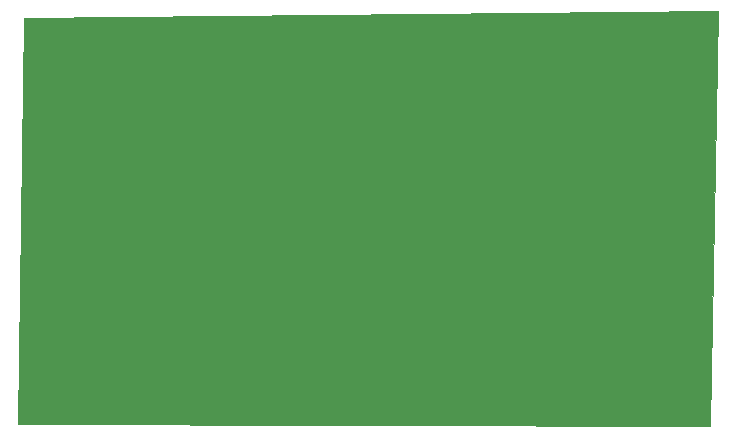
<source format=gbs>
%TF.GenerationSoftware,KiCad,Pcbnew,(5.1.4-0-10_14)*%
%TF.CreationDate,2021-01-25T16:41:12+01:00*%
%TF.ProjectId,DAUGHTER_ALLin,44415547-4854-4455-925f-414c4c696e2e,rev?*%
%TF.SameCoordinates,Original*%
%TF.FileFunction,Soldermask,Bot*%
%TF.FilePolarity,Negative*%
%FSLAX46Y46*%
G04 Gerber Fmt 4.6, Leading zero omitted, Abs format (unit mm)*
G04 Created by KiCad (PCBNEW (5.1.4-0-10_14)) date 2021-01-25 16:41:12*
%MOMM*%
%LPD*%
G04 APERTURE LIST*
%ADD10C,0.100000*%
%ADD11C,0.150000*%
G04 APERTURE END LIST*
D10*
G36*
X130111500Y-123393200D02*
G01*
X71564500Y-123266200D01*
X72021700Y-88849200D01*
X130848100Y-88239600D01*
X130111500Y-123393200D01*
G37*
X130111500Y-123393200D02*
X71564500Y-123266200D01*
X72021700Y-88849200D01*
X130848100Y-88239600D01*
X130111500Y-123393200D01*
D11*
G36*
X98433199Y-114816754D02*
G01*
X98445450Y-114817356D01*
X98463869Y-114817356D01*
X98486149Y-114819550D01*
X98570233Y-114836276D01*
X98591660Y-114842776D01*
X98670858Y-114875580D01*
X98676303Y-114878491D01*
X98676309Y-114878493D01*
X98685169Y-114883229D01*
X98685173Y-114883232D01*
X98690614Y-114886140D01*
X98761899Y-114933771D01*
X98779204Y-114947972D01*
X98839828Y-115008596D01*
X98854029Y-115025901D01*
X98901660Y-115097186D01*
X98904568Y-115102627D01*
X98904571Y-115102631D01*
X98909307Y-115111491D01*
X98909309Y-115111497D01*
X98912220Y-115116942D01*
X98945024Y-115196140D01*
X98951524Y-115217567D01*
X98968250Y-115301651D01*
X98970444Y-115323931D01*
X98970444Y-115342350D01*
X98971046Y-115354601D01*
X98972852Y-115372939D01*
X98972852Y-115860660D01*
X98971263Y-115876799D01*
X98968348Y-115886408D01*
X98963610Y-115895272D01*
X98957237Y-115903037D01*
X98944794Y-115913248D01*
X98934425Y-115920178D01*
X98917098Y-115937505D01*
X98903485Y-115957880D01*
X98894109Y-115980520D01*
X98889329Y-116004553D01*
X98889330Y-116029057D01*
X98894112Y-116053090D01*
X98903490Y-116075729D01*
X98917105Y-116096102D01*
X98934432Y-116113429D01*
X98944802Y-116120358D01*
X98957237Y-116130563D01*
X98963610Y-116138328D01*
X98968348Y-116147192D01*
X98971263Y-116156801D01*
X98972852Y-116172940D01*
X98972852Y-116660662D01*
X98971046Y-116678999D01*
X98970444Y-116691250D01*
X98970444Y-116709669D01*
X98968250Y-116731949D01*
X98951524Y-116816033D01*
X98945024Y-116837460D01*
X98912220Y-116916658D01*
X98909309Y-116922103D01*
X98909307Y-116922109D01*
X98904571Y-116930969D01*
X98904568Y-116930973D01*
X98901660Y-116936414D01*
X98854029Y-117007699D01*
X98839828Y-117025004D01*
X98779204Y-117085628D01*
X98761899Y-117099829D01*
X98690614Y-117147460D01*
X98685173Y-117150368D01*
X98685169Y-117150371D01*
X98676309Y-117155107D01*
X98676303Y-117155109D01*
X98670858Y-117158020D01*
X98591660Y-117190824D01*
X98570233Y-117197324D01*
X98486149Y-117214050D01*
X98463869Y-117216244D01*
X98445450Y-117216244D01*
X98433199Y-117216846D01*
X98414862Y-117218652D01*
X97927138Y-117218652D01*
X97908801Y-117216846D01*
X97896550Y-117216244D01*
X97878131Y-117216244D01*
X97855851Y-117214050D01*
X97771767Y-117197324D01*
X97750340Y-117190824D01*
X97671142Y-117158020D01*
X97665697Y-117155109D01*
X97665691Y-117155107D01*
X97656831Y-117150371D01*
X97656827Y-117150368D01*
X97651386Y-117147460D01*
X97580101Y-117099829D01*
X97562796Y-117085628D01*
X97502172Y-117025004D01*
X97487971Y-117007699D01*
X97440340Y-116936414D01*
X97437432Y-116930973D01*
X97437429Y-116930969D01*
X97432693Y-116922109D01*
X97432691Y-116922103D01*
X97429780Y-116916658D01*
X97396976Y-116837460D01*
X97390476Y-116816033D01*
X97373750Y-116731949D01*
X97371556Y-116709669D01*
X97371556Y-116691250D01*
X97370954Y-116678999D01*
X97369148Y-116660662D01*
X97369148Y-116172940D01*
X97370737Y-116156801D01*
X97373652Y-116147192D01*
X97378390Y-116138328D01*
X97384763Y-116130563D01*
X97397206Y-116120352D01*
X97407575Y-116113422D01*
X97424902Y-116096095D01*
X97438515Y-116075720D01*
X97447891Y-116053080D01*
X97452671Y-116029047D01*
X97452670Y-116004543D01*
X97447888Y-115980510D01*
X97438510Y-115957871D01*
X97424895Y-115937498D01*
X97407568Y-115920171D01*
X97397198Y-115913242D01*
X97384763Y-115903037D01*
X97378390Y-115895272D01*
X97373652Y-115886408D01*
X97370737Y-115876799D01*
X97369148Y-115860660D01*
X97369148Y-115372938D01*
X97370954Y-115354601D01*
X97371556Y-115342350D01*
X97371556Y-115323931D01*
X97373750Y-115301651D01*
X97390476Y-115217567D01*
X97396976Y-115196140D01*
X97429780Y-115116942D01*
X97432691Y-115111497D01*
X97432693Y-115111491D01*
X97437429Y-115102631D01*
X97437432Y-115102627D01*
X97440340Y-115097186D01*
X97487971Y-115025901D01*
X97502172Y-115008596D01*
X97562796Y-114947972D01*
X97580101Y-114933771D01*
X97651386Y-114886140D01*
X97656827Y-114883232D01*
X97656831Y-114883229D01*
X97665691Y-114878493D01*
X97665697Y-114878491D01*
X97671142Y-114875580D01*
X97750340Y-114842776D01*
X97771767Y-114836276D01*
X97855851Y-114819550D01*
X97878131Y-114817356D01*
X97896550Y-114817356D01*
X97908801Y-114816754D01*
X97927139Y-114814948D01*
X98414861Y-114814948D01*
X98433199Y-114816754D01*
X98433199Y-114816754D01*
G37*
G36*
X79753708Y-114933771D02*
G01*
X79843727Y-114942637D01*
X80013566Y-114994157D01*
X80170091Y-115077822D01*
X80193686Y-115097186D01*
X80307286Y-115190414D01*
X80390548Y-115291871D01*
X80419878Y-115327609D01*
X80419879Y-115327611D01*
X80498719Y-115475108D01*
X80503543Y-115484134D01*
X80555063Y-115653973D01*
X80572459Y-115830600D01*
X80555063Y-116007227D01*
X80503543Y-116177066D01*
X80419878Y-116333591D01*
X80390548Y-116369329D01*
X80307286Y-116470786D01*
X80205829Y-116554048D01*
X80170091Y-116583378D01*
X80013566Y-116667043D01*
X79843727Y-116718563D01*
X79777542Y-116725082D01*
X79711360Y-116731600D01*
X79622840Y-116731600D01*
X79556658Y-116725082D01*
X79490473Y-116718563D01*
X79320634Y-116667043D01*
X79164109Y-116583378D01*
X79128371Y-116554048D01*
X79026914Y-116470786D01*
X78943652Y-116369329D01*
X78914322Y-116333591D01*
X78830657Y-116177066D01*
X78779137Y-116007227D01*
X78761741Y-115830600D01*
X78779137Y-115653973D01*
X78830657Y-115484134D01*
X78835482Y-115475108D01*
X78914321Y-115327611D01*
X78914322Y-115327609D01*
X78943652Y-115291871D01*
X79026914Y-115190414D01*
X79140514Y-115097186D01*
X79164109Y-115077822D01*
X79320634Y-114994157D01*
X79490473Y-114942637D01*
X79580492Y-114933771D01*
X79622840Y-114929600D01*
X79711360Y-114929600D01*
X79753708Y-114933771D01*
X79753708Y-114933771D01*
G37*
G36*
X77213708Y-114933771D02*
G01*
X77303727Y-114942637D01*
X77473566Y-114994157D01*
X77630091Y-115077822D01*
X77653686Y-115097186D01*
X77767286Y-115190414D01*
X77850548Y-115291871D01*
X77879878Y-115327609D01*
X77879879Y-115327611D01*
X77958719Y-115475108D01*
X77963543Y-115484134D01*
X78015063Y-115653973D01*
X78032459Y-115830600D01*
X78015063Y-116007227D01*
X77963543Y-116177066D01*
X77879878Y-116333591D01*
X77850548Y-116369329D01*
X77767286Y-116470786D01*
X77665829Y-116554048D01*
X77630091Y-116583378D01*
X77473566Y-116667043D01*
X77303727Y-116718563D01*
X77237542Y-116725082D01*
X77171360Y-116731600D01*
X77082840Y-116731600D01*
X77016658Y-116725082D01*
X76950473Y-116718563D01*
X76780634Y-116667043D01*
X76624109Y-116583378D01*
X76588371Y-116554048D01*
X76486914Y-116470786D01*
X76403652Y-116369329D01*
X76374322Y-116333591D01*
X76290657Y-116177066D01*
X76239137Y-116007227D01*
X76221741Y-115830600D01*
X76239137Y-115653973D01*
X76290657Y-115484134D01*
X76295482Y-115475108D01*
X76374321Y-115327611D01*
X76374322Y-115327609D01*
X76403652Y-115291871D01*
X76486914Y-115190414D01*
X76600514Y-115097186D01*
X76624109Y-115077822D01*
X76780634Y-114994157D01*
X76950473Y-114942637D01*
X77040492Y-114933771D01*
X77082840Y-114929600D01*
X77171360Y-114929600D01*
X77213708Y-114933771D01*
X77213708Y-114933771D01*
G37*
G36*
X93947100Y-116152700D02*
G01*
X91295100Y-116152700D01*
X91295100Y-114990700D01*
X93947100Y-114990700D01*
X93947100Y-116152700D01*
X93947100Y-116152700D01*
G37*
G36*
X95642291Y-114520785D02*
G01*
X95676269Y-114531093D01*
X95707590Y-114547834D01*
X95735039Y-114570361D01*
X95757566Y-114597810D01*
X95774307Y-114629131D01*
X95784615Y-114663109D01*
X95788700Y-114704590D01*
X95788700Y-115305810D01*
X95784615Y-115347291D01*
X95774307Y-115381269D01*
X95757566Y-115412590D01*
X95735039Y-115440039D01*
X95707590Y-115462566D01*
X95676269Y-115479307D01*
X95642291Y-115489615D01*
X95600810Y-115493700D01*
X94924590Y-115493700D01*
X94883109Y-115489615D01*
X94849131Y-115479307D01*
X94817810Y-115462566D01*
X94790361Y-115440039D01*
X94767834Y-115412590D01*
X94751093Y-115381269D01*
X94740785Y-115347291D01*
X94736700Y-115305810D01*
X94736700Y-114704590D01*
X94740785Y-114663109D01*
X94751093Y-114629131D01*
X94767834Y-114597810D01*
X94790361Y-114570361D01*
X94817810Y-114547834D01*
X94849131Y-114531093D01*
X94883109Y-114520785D01*
X94924590Y-114516700D01*
X95600810Y-114516700D01*
X95642291Y-114520785D01*
X95642291Y-114520785D01*
G37*
G36*
X77237542Y-112396118D02*
G01*
X77303727Y-112402637D01*
X77473566Y-112454157D01*
X77630091Y-112537822D01*
X77659961Y-112562336D01*
X77767286Y-112650414D01*
X77850548Y-112751871D01*
X77879878Y-112787609D01*
X77963543Y-112944134D01*
X78015063Y-113113973D01*
X78032459Y-113290600D01*
X78015063Y-113467227D01*
X77963543Y-113637066D01*
X77879878Y-113793591D01*
X77869473Y-113806269D01*
X77767286Y-113930786D01*
X77665829Y-114014048D01*
X77630091Y-114043378D01*
X77473566Y-114127043D01*
X77303727Y-114178563D01*
X77237542Y-114185082D01*
X77171360Y-114191600D01*
X77082840Y-114191600D01*
X77016658Y-114185082D01*
X76950473Y-114178563D01*
X76780634Y-114127043D01*
X76624109Y-114043378D01*
X76588371Y-114014048D01*
X76486914Y-113930786D01*
X76384727Y-113806269D01*
X76374322Y-113793591D01*
X76290657Y-113637066D01*
X76239137Y-113467227D01*
X76221741Y-113290600D01*
X76239137Y-113113973D01*
X76290657Y-112944134D01*
X76374322Y-112787609D01*
X76403652Y-112751871D01*
X76486914Y-112650414D01*
X76594239Y-112562336D01*
X76624109Y-112537822D01*
X76780634Y-112454157D01*
X76950473Y-112402637D01*
X77016658Y-112396118D01*
X77082840Y-112389600D01*
X77171360Y-112389600D01*
X77237542Y-112396118D01*
X77237542Y-112396118D01*
G37*
G36*
X79777542Y-112396118D02*
G01*
X79843727Y-112402637D01*
X80013566Y-112454157D01*
X80170091Y-112537822D01*
X80199961Y-112562336D01*
X80307286Y-112650414D01*
X80390548Y-112751871D01*
X80419878Y-112787609D01*
X80503543Y-112944134D01*
X80555063Y-113113973D01*
X80572459Y-113290600D01*
X80555063Y-113467227D01*
X80503543Y-113637066D01*
X80419878Y-113793591D01*
X80409473Y-113806269D01*
X80307286Y-113930786D01*
X80205829Y-114014048D01*
X80170091Y-114043378D01*
X80013566Y-114127043D01*
X79843727Y-114178563D01*
X79777542Y-114185082D01*
X79711360Y-114191600D01*
X79622840Y-114191600D01*
X79556658Y-114185082D01*
X79490473Y-114178563D01*
X79320634Y-114127043D01*
X79164109Y-114043378D01*
X79128371Y-114014048D01*
X79026914Y-113930786D01*
X78924727Y-113806269D01*
X78914322Y-113793591D01*
X78830657Y-113637066D01*
X78779137Y-113467227D01*
X78761741Y-113290600D01*
X78779137Y-113113973D01*
X78830657Y-112944134D01*
X78914322Y-112787609D01*
X78943652Y-112751871D01*
X79026914Y-112650414D01*
X79134239Y-112562336D01*
X79164109Y-112537822D01*
X79320634Y-112454157D01*
X79490473Y-112402637D01*
X79556658Y-112396118D01*
X79622840Y-112389600D01*
X79711360Y-112389600D01*
X79777542Y-112396118D01*
X79777542Y-112396118D01*
G37*
G36*
X93947100Y-113952700D02*
G01*
X91295100Y-113952700D01*
X91295100Y-112790700D01*
X93947100Y-112790700D01*
X93947100Y-113952700D01*
X93947100Y-113952700D01*
G37*
G36*
X95642291Y-112945785D02*
G01*
X95676269Y-112956093D01*
X95707590Y-112972834D01*
X95735039Y-112995361D01*
X95757566Y-113022810D01*
X95774307Y-113054131D01*
X95784615Y-113088109D01*
X95788700Y-113129590D01*
X95788700Y-113730810D01*
X95784615Y-113772291D01*
X95774307Y-113806269D01*
X95757566Y-113837590D01*
X95735039Y-113865039D01*
X95707590Y-113887566D01*
X95676269Y-113904307D01*
X95642291Y-113914615D01*
X95600810Y-113918700D01*
X94924590Y-113918700D01*
X94883109Y-113914615D01*
X94849131Y-113904307D01*
X94817810Y-113887566D01*
X94790361Y-113865039D01*
X94767834Y-113837590D01*
X94751093Y-113806269D01*
X94740785Y-113772291D01*
X94736700Y-113730810D01*
X94736700Y-113129590D01*
X94740785Y-113088109D01*
X94751093Y-113054131D01*
X94767834Y-113022810D01*
X94790361Y-112995361D01*
X94817810Y-112972834D01*
X94849131Y-112956093D01*
X94883109Y-112945785D01*
X94924590Y-112941700D01*
X95600810Y-112941700D01*
X95642291Y-112945785D01*
X95642291Y-112945785D01*
G37*
G36*
X120355374Y-111794765D02*
G01*
X120393067Y-111806199D01*
X120427803Y-111824766D01*
X120458248Y-111849752D01*
X120483234Y-111880197D01*
X120501801Y-111914933D01*
X120513235Y-111952626D01*
X120517700Y-111997961D01*
X120517700Y-113084639D01*
X120513235Y-113129974D01*
X120501801Y-113167667D01*
X120483234Y-113202403D01*
X120458248Y-113232848D01*
X120427803Y-113257834D01*
X120393067Y-113276401D01*
X120355374Y-113287835D01*
X120310039Y-113292300D01*
X119473361Y-113292300D01*
X119428026Y-113287835D01*
X119390333Y-113276401D01*
X119355597Y-113257834D01*
X119325152Y-113232848D01*
X119300166Y-113202403D01*
X119281599Y-113167667D01*
X119270165Y-113129974D01*
X119265700Y-113084639D01*
X119265700Y-111997961D01*
X119270165Y-111952626D01*
X119281599Y-111914933D01*
X119300166Y-111880197D01*
X119325152Y-111849752D01*
X119355597Y-111824766D01*
X119390333Y-111806199D01*
X119428026Y-111794765D01*
X119473361Y-111790300D01*
X120310039Y-111790300D01*
X120355374Y-111794765D01*
X120355374Y-111794765D01*
G37*
G36*
X122405374Y-111794765D02*
G01*
X122443067Y-111806199D01*
X122477803Y-111824766D01*
X122508248Y-111849752D01*
X122533234Y-111880197D01*
X122551801Y-111914933D01*
X122563235Y-111952626D01*
X122567700Y-111997961D01*
X122567700Y-113084639D01*
X122563235Y-113129974D01*
X122551801Y-113167667D01*
X122533234Y-113202403D01*
X122508248Y-113232848D01*
X122477803Y-113257834D01*
X122443067Y-113276401D01*
X122405374Y-113287835D01*
X122360039Y-113292300D01*
X121523361Y-113292300D01*
X121478026Y-113287835D01*
X121440333Y-113276401D01*
X121405597Y-113257834D01*
X121375152Y-113232848D01*
X121350166Y-113202403D01*
X121331599Y-113167667D01*
X121320165Y-113129974D01*
X121315700Y-113084639D01*
X121315700Y-111997961D01*
X121320165Y-111952626D01*
X121331599Y-111914933D01*
X121350166Y-111880197D01*
X121375152Y-111849752D01*
X121405597Y-111824766D01*
X121440333Y-111806199D01*
X121478026Y-111794765D01*
X121523361Y-111790300D01*
X122360039Y-111790300D01*
X122405374Y-111794765D01*
X122405374Y-111794765D01*
G37*
G36*
X103250091Y-111555585D02*
G01*
X103284069Y-111565893D01*
X103315390Y-111582634D01*
X103342839Y-111605161D01*
X103365366Y-111632610D01*
X103382107Y-111663931D01*
X103392415Y-111697909D01*
X103396500Y-111739390D01*
X103396500Y-112415610D01*
X103392415Y-112457091D01*
X103382107Y-112491069D01*
X103365366Y-112522390D01*
X103342839Y-112549839D01*
X103315390Y-112572366D01*
X103284069Y-112589107D01*
X103250091Y-112599415D01*
X103208610Y-112603500D01*
X102607390Y-112603500D01*
X102565909Y-112599415D01*
X102531931Y-112589107D01*
X102500610Y-112572366D01*
X102473161Y-112549839D01*
X102450634Y-112522390D01*
X102433893Y-112491069D01*
X102423585Y-112457091D01*
X102419500Y-112415610D01*
X102419500Y-111739390D01*
X102423585Y-111697909D01*
X102433893Y-111663931D01*
X102450634Y-111632610D01*
X102473161Y-111605161D01*
X102500610Y-111582634D01*
X102531931Y-111565893D01*
X102565909Y-111555585D01*
X102607390Y-111551500D01*
X103208610Y-111551500D01*
X103250091Y-111555585D01*
X103250091Y-111555585D01*
G37*
G36*
X104825091Y-111555585D02*
G01*
X104859069Y-111565893D01*
X104890390Y-111582634D01*
X104917839Y-111605161D01*
X104940366Y-111632610D01*
X104957107Y-111663931D01*
X104967415Y-111697909D01*
X104971500Y-111739390D01*
X104971500Y-112415610D01*
X104967415Y-112457091D01*
X104957107Y-112491069D01*
X104940366Y-112522390D01*
X104917839Y-112549839D01*
X104890390Y-112572366D01*
X104859069Y-112589107D01*
X104825091Y-112599415D01*
X104783610Y-112603500D01*
X104182390Y-112603500D01*
X104140909Y-112599415D01*
X104106931Y-112589107D01*
X104075610Y-112572366D01*
X104048161Y-112549839D01*
X104025634Y-112522390D01*
X104008893Y-112491069D01*
X103998585Y-112457091D01*
X103994500Y-112415610D01*
X103994500Y-111739390D01*
X103998585Y-111697909D01*
X104008893Y-111663931D01*
X104025634Y-111632610D01*
X104048161Y-111605161D01*
X104075610Y-111582634D01*
X104106931Y-111565893D01*
X104140909Y-111555585D01*
X104182390Y-111551500D01*
X104783610Y-111551500D01*
X104825091Y-111555585D01*
X104825091Y-111555585D01*
G37*
G36*
X117410091Y-111434685D02*
G01*
X117444069Y-111444993D01*
X117475390Y-111461734D01*
X117502839Y-111484261D01*
X117525366Y-111511710D01*
X117542107Y-111543031D01*
X117552415Y-111577009D01*
X117556500Y-111618490D01*
X117556500Y-112219710D01*
X117552415Y-112261191D01*
X117542107Y-112295169D01*
X117525366Y-112326490D01*
X117502839Y-112353939D01*
X117475390Y-112376466D01*
X117444069Y-112393207D01*
X117410091Y-112403515D01*
X117368610Y-112407600D01*
X116692390Y-112407600D01*
X116650909Y-112403515D01*
X116616931Y-112393207D01*
X116585610Y-112376466D01*
X116558161Y-112353939D01*
X116535634Y-112326490D01*
X116518893Y-112295169D01*
X116508585Y-112261191D01*
X116504500Y-112219710D01*
X116504500Y-111618490D01*
X116508585Y-111577009D01*
X116518893Y-111543031D01*
X116535634Y-111511710D01*
X116558161Y-111484261D01*
X116585610Y-111461734D01*
X116616931Y-111444993D01*
X116650909Y-111434685D01*
X116692390Y-111430600D01*
X117368610Y-111430600D01*
X117410091Y-111434685D01*
X117410091Y-111434685D01*
G37*
G36*
X79772278Y-109855600D02*
G01*
X79843727Y-109862637D01*
X80013566Y-109914157D01*
X80013568Y-109914158D01*
X80055759Y-109936710D01*
X80170091Y-109997822D01*
X80193168Y-110016761D01*
X80307286Y-110110414D01*
X80390548Y-110211871D01*
X80419878Y-110247609D01*
X80503543Y-110404134D01*
X80555063Y-110573973D01*
X80572459Y-110750600D01*
X80555063Y-110927227D01*
X80503543Y-111097066D01*
X80419878Y-111253591D01*
X80410325Y-111265231D01*
X80307286Y-111390786D01*
X80205829Y-111474048D01*
X80170091Y-111503378D01*
X80013566Y-111587043D01*
X79843727Y-111638563D01*
X79777542Y-111645082D01*
X79711360Y-111651600D01*
X79622840Y-111651600D01*
X79556658Y-111645082D01*
X79490473Y-111638563D01*
X79320634Y-111587043D01*
X79164109Y-111503378D01*
X79128371Y-111474048D01*
X79026914Y-111390786D01*
X78923875Y-111265231D01*
X78914322Y-111253591D01*
X78830657Y-111097066D01*
X78779137Y-110927227D01*
X78761741Y-110750600D01*
X78779137Y-110573973D01*
X78830657Y-110404134D01*
X78914322Y-110247609D01*
X78943652Y-110211871D01*
X79026914Y-110110414D01*
X79141032Y-110016761D01*
X79164109Y-109997822D01*
X79278441Y-109936710D01*
X79320632Y-109914158D01*
X79320634Y-109914157D01*
X79490473Y-109862637D01*
X79561922Y-109855600D01*
X79622840Y-109849600D01*
X79711360Y-109849600D01*
X79772278Y-109855600D01*
X79772278Y-109855600D01*
G37*
G36*
X77232278Y-109855600D02*
G01*
X77303727Y-109862637D01*
X77473566Y-109914157D01*
X77473568Y-109914158D01*
X77515759Y-109936710D01*
X77630091Y-109997822D01*
X77653168Y-110016761D01*
X77767286Y-110110414D01*
X77850548Y-110211871D01*
X77879878Y-110247609D01*
X77963543Y-110404134D01*
X78015063Y-110573973D01*
X78032459Y-110750600D01*
X78015063Y-110927227D01*
X77963543Y-111097066D01*
X77879878Y-111253591D01*
X77870325Y-111265231D01*
X77767286Y-111390786D01*
X77665829Y-111474048D01*
X77630091Y-111503378D01*
X77473566Y-111587043D01*
X77303727Y-111638563D01*
X77237542Y-111645082D01*
X77171360Y-111651600D01*
X77082840Y-111651600D01*
X77016658Y-111645082D01*
X76950473Y-111638563D01*
X76780634Y-111587043D01*
X76624109Y-111503378D01*
X76588371Y-111474048D01*
X76486914Y-111390786D01*
X76383875Y-111265231D01*
X76374322Y-111253591D01*
X76290657Y-111097066D01*
X76239137Y-110927227D01*
X76221741Y-110750600D01*
X76239137Y-110573973D01*
X76290657Y-110404134D01*
X76374322Y-110247609D01*
X76403652Y-110211871D01*
X76486914Y-110110414D01*
X76601032Y-110016761D01*
X76624109Y-109997822D01*
X76738441Y-109936710D01*
X76780632Y-109914158D01*
X76780634Y-109914157D01*
X76950473Y-109862637D01*
X77021922Y-109855600D01*
X77082840Y-109849600D01*
X77171360Y-109849600D01*
X77232278Y-109855600D01*
X77232278Y-109855600D01*
G37*
G36*
X122443474Y-109813565D02*
G01*
X122481167Y-109824999D01*
X122515903Y-109843566D01*
X122546348Y-109868552D01*
X122571334Y-109898997D01*
X122589901Y-109933733D01*
X122601335Y-109971426D01*
X122605800Y-110016761D01*
X122605800Y-111103439D01*
X122601335Y-111148774D01*
X122589901Y-111186467D01*
X122571334Y-111221203D01*
X122546348Y-111251648D01*
X122515903Y-111276634D01*
X122481167Y-111295201D01*
X122443474Y-111306635D01*
X122398139Y-111311100D01*
X121561461Y-111311100D01*
X121516126Y-111306635D01*
X121478433Y-111295201D01*
X121443697Y-111276634D01*
X121413252Y-111251648D01*
X121388266Y-111221203D01*
X121369699Y-111186467D01*
X121358265Y-111148774D01*
X121353800Y-111103439D01*
X121353800Y-110016761D01*
X121358265Y-109971426D01*
X121369699Y-109933733D01*
X121388266Y-109898997D01*
X121413252Y-109868552D01*
X121443697Y-109843566D01*
X121478433Y-109824999D01*
X121516126Y-109813565D01*
X121561461Y-109809100D01*
X122398139Y-109809100D01*
X122443474Y-109813565D01*
X122443474Y-109813565D01*
G37*
G36*
X120393474Y-109813565D02*
G01*
X120431167Y-109824999D01*
X120465903Y-109843566D01*
X120496348Y-109868552D01*
X120521334Y-109898997D01*
X120539901Y-109933733D01*
X120551335Y-109971426D01*
X120555800Y-110016761D01*
X120555800Y-111103439D01*
X120551335Y-111148774D01*
X120539901Y-111186467D01*
X120521334Y-111221203D01*
X120496348Y-111251648D01*
X120465903Y-111276634D01*
X120431167Y-111295201D01*
X120393474Y-111306635D01*
X120348139Y-111311100D01*
X119511461Y-111311100D01*
X119466126Y-111306635D01*
X119428433Y-111295201D01*
X119393697Y-111276634D01*
X119363252Y-111251648D01*
X119338266Y-111221203D01*
X119319699Y-111186467D01*
X119308265Y-111148774D01*
X119303800Y-111103439D01*
X119303800Y-110016761D01*
X119308265Y-109971426D01*
X119319699Y-109933733D01*
X119338266Y-109898997D01*
X119363252Y-109868552D01*
X119393697Y-109843566D01*
X119428433Y-109824999D01*
X119466126Y-109813565D01*
X119511461Y-109809100D01*
X120348139Y-109809100D01*
X120393474Y-109813565D01*
X120393474Y-109813565D01*
G37*
G36*
X107657191Y-110044285D02*
G01*
X107691169Y-110054593D01*
X107722490Y-110071334D01*
X107749939Y-110093861D01*
X107772466Y-110121310D01*
X107789207Y-110152631D01*
X107799515Y-110186609D01*
X107803600Y-110228090D01*
X107803600Y-110904310D01*
X107799515Y-110945791D01*
X107789207Y-110979769D01*
X107772466Y-111011090D01*
X107749939Y-111038539D01*
X107722490Y-111061066D01*
X107691169Y-111077807D01*
X107657191Y-111088115D01*
X107615710Y-111092200D01*
X107014490Y-111092200D01*
X106973009Y-111088115D01*
X106939031Y-111077807D01*
X106907710Y-111061066D01*
X106880261Y-111038539D01*
X106857734Y-111011090D01*
X106840993Y-110979769D01*
X106830685Y-110945791D01*
X106826600Y-110904310D01*
X106826600Y-110228090D01*
X106830685Y-110186609D01*
X106840993Y-110152631D01*
X106857734Y-110121310D01*
X106880261Y-110093861D01*
X106907710Y-110071334D01*
X106939031Y-110054593D01*
X106973009Y-110044285D01*
X107014490Y-110040200D01*
X107615710Y-110040200D01*
X107657191Y-110044285D01*
X107657191Y-110044285D01*
G37*
G36*
X106082191Y-110044285D02*
G01*
X106116169Y-110054593D01*
X106147490Y-110071334D01*
X106174939Y-110093861D01*
X106197466Y-110121310D01*
X106214207Y-110152631D01*
X106224515Y-110186609D01*
X106228600Y-110228090D01*
X106228600Y-110904310D01*
X106224515Y-110945791D01*
X106214207Y-110979769D01*
X106197466Y-111011090D01*
X106174939Y-111038539D01*
X106147490Y-111061066D01*
X106116169Y-111077807D01*
X106082191Y-111088115D01*
X106040710Y-111092200D01*
X105439490Y-111092200D01*
X105398009Y-111088115D01*
X105364031Y-111077807D01*
X105332710Y-111061066D01*
X105305261Y-111038539D01*
X105282734Y-111011090D01*
X105265993Y-110979769D01*
X105255685Y-110945791D01*
X105251600Y-110904310D01*
X105251600Y-110228090D01*
X105255685Y-110186609D01*
X105265993Y-110152631D01*
X105282734Y-110121310D01*
X105305261Y-110093861D01*
X105332710Y-110071334D01*
X105364031Y-110054593D01*
X105398009Y-110044285D01*
X105439490Y-110040200D01*
X106040710Y-110040200D01*
X106082191Y-110044285D01*
X106082191Y-110044285D01*
G37*
G36*
X117410091Y-109859685D02*
G01*
X117444069Y-109869993D01*
X117475390Y-109886734D01*
X117502839Y-109909261D01*
X117525366Y-109936710D01*
X117542107Y-109968031D01*
X117552415Y-110002009D01*
X117556500Y-110043490D01*
X117556500Y-110644710D01*
X117552415Y-110686191D01*
X117542107Y-110720169D01*
X117525366Y-110751490D01*
X117502839Y-110778939D01*
X117475390Y-110801466D01*
X117444069Y-110818207D01*
X117410091Y-110828515D01*
X117368610Y-110832600D01*
X116692390Y-110832600D01*
X116650909Y-110828515D01*
X116616931Y-110818207D01*
X116585610Y-110801466D01*
X116558161Y-110778939D01*
X116535634Y-110751490D01*
X116518893Y-110720169D01*
X116508585Y-110686191D01*
X116504500Y-110644710D01*
X116504500Y-110043490D01*
X116508585Y-110002009D01*
X116518893Y-109968031D01*
X116535634Y-109936710D01*
X116558161Y-109909261D01*
X116585610Y-109886734D01*
X116616931Y-109869993D01*
X116650909Y-109859685D01*
X116692390Y-109855600D01*
X117368610Y-109855600D01*
X117410091Y-109859685D01*
X117410091Y-109859685D01*
G37*
G36*
X90548600Y-110610300D02*
G01*
X89486600Y-110610300D01*
X89486600Y-109388300D01*
X90548600Y-109388300D01*
X90548600Y-110610300D01*
X90548600Y-110610300D01*
G37*
G36*
X93088600Y-110610300D02*
G01*
X92026600Y-110610300D01*
X92026600Y-109388300D01*
X93088600Y-109388300D01*
X93088600Y-110610300D01*
X93088600Y-110610300D01*
G37*
G36*
X95628600Y-110610300D02*
G01*
X94566600Y-110610300D01*
X94566600Y-109388300D01*
X95628600Y-109388300D01*
X95628600Y-110610300D01*
X95628600Y-110610300D01*
G37*
G36*
X102019962Y-108456181D02*
G01*
X102054881Y-108466774D01*
X102087063Y-108483976D01*
X102115273Y-108507127D01*
X102138424Y-108535337D01*
X102155626Y-108567519D01*
X102166219Y-108602438D01*
X102170400Y-108644895D01*
X102170400Y-109786105D01*
X102166219Y-109828562D01*
X102155626Y-109863481D01*
X102138424Y-109895663D01*
X102115273Y-109923873D01*
X102087063Y-109947024D01*
X102054881Y-109964226D01*
X102019962Y-109974819D01*
X101977505Y-109979000D01*
X100511295Y-109979000D01*
X100468838Y-109974819D01*
X100433919Y-109964226D01*
X100401737Y-109947024D01*
X100373527Y-109923873D01*
X100350376Y-109895663D01*
X100333174Y-109863481D01*
X100322581Y-109828562D01*
X100318400Y-109786105D01*
X100318400Y-108644895D01*
X100322581Y-108602438D01*
X100333174Y-108567519D01*
X100350376Y-108535337D01*
X100373527Y-108507127D01*
X100401737Y-108483976D01*
X100433919Y-108466774D01*
X100468838Y-108456181D01*
X100511295Y-108452000D01*
X101977505Y-108452000D01*
X102019962Y-108456181D01*
X102019962Y-108456181D01*
G37*
G36*
X105164100Y-109448800D02*
G01*
X104462100Y-109448800D01*
X104462100Y-107591000D01*
X105164100Y-107591000D01*
X105164100Y-109448800D01*
X105164100Y-109448800D01*
G37*
G36*
X106434100Y-109443400D02*
G01*
X105732100Y-109443400D01*
X105732100Y-107570800D01*
X106434100Y-107570800D01*
X106434100Y-109443400D01*
X106434100Y-109443400D01*
G37*
G36*
X107704100Y-109443400D02*
G01*
X107002100Y-109443400D01*
X107002100Y-107570800D01*
X107704100Y-107570800D01*
X107704100Y-109443400D01*
X107704100Y-109443400D01*
G37*
G36*
X108974100Y-109443000D02*
G01*
X108272100Y-109443000D01*
X108272100Y-107561000D01*
X108974100Y-107561000D01*
X108974100Y-109443000D01*
X108974100Y-109443000D01*
G37*
G36*
X77237543Y-107316119D02*
G01*
X77303727Y-107322637D01*
X77473566Y-107374157D01*
X77630091Y-107457822D01*
X77665829Y-107487152D01*
X77767286Y-107570414D01*
X77850548Y-107671871D01*
X77879878Y-107707609D01*
X77963543Y-107864134D01*
X78015063Y-108033973D01*
X78032459Y-108210600D01*
X78015063Y-108387227D01*
X77971612Y-108530465D01*
X77963542Y-108557068D01*
X77939291Y-108602438D01*
X77879878Y-108713591D01*
X77874704Y-108719895D01*
X77767286Y-108850786D01*
X77665829Y-108934048D01*
X77630091Y-108963378D01*
X77473566Y-109047043D01*
X77303727Y-109098563D01*
X77237543Y-109105081D01*
X77171360Y-109111600D01*
X77082840Y-109111600D01*
X77016657Y-109105081D01*
X76950473Y-109098563D01*
X76780634Y-109047043D01*
X76624109Y-108963378D01*
X76588371Y-108934048D01*
X76486914Y-108850786D01*
X76379496Y-108719895D01*
X76374322Y-108713591D01*
X76314909Y-108602438D01*
X76290658Y-108557068D01*
X76282588Y-108530465D01*
X76239137Y-108387227D01*
X76221741Y-108210600D01*
X76239137Y-108033973D01*
X76290657Y-107864134D01*
X76374322Y-107707609D01*
X76403652Y-107671871D01*
X76486914Y-107570414D01*
X76588371Y-107487152D01*
X76624109Y-107457822D01*
X76780634Y-107374157D01*
X76950473Y-107322637D01*
X77016657Y-107316119D01*
X77082840Y-107309600D01*
X77171360Y-107309600D01*
X77237543Y-107316119D01*
X77237543Y-107316119D01*
G37*
G36*
X79777543Y-107316119D02*
G01*
X79843727Y-107322637D01*
X80013566Y-107374157D01*
X80170091Y-107457822D01*
X80205829Y-107487152D01*
X80307286Y-107570414D01*
X80390548Y-107671871D01*
X80419878Y-107707609D01*
X80503543Y-107864134D01*
X80555063Y-108033973D01*
X80572459Y-108210600D01*
X80555063Y-108387227D01*
X80511612Y-108530465D01*
X80503542Y-108557068D01*
X80479291Y-108602438D01*
X80419878Y-108713591D01*
X80414704Y-108719895D01*
X80307286Y-108850786D01*
X80205829Y-108934048D01*
X80170091Y-108963378D01*
X80013566Y-109047043D01*
X79843727Y-109098563D01*
X79777543Y-109105081D01*
X79711360Y-109111600D01*
X79622840Y-109111600D01*
X79556657Y-109105081D01*
X79490473Y-109098563D01*
X79320634Y-109047043D01*
X79164109Y-108963378D01*
X79128371Y-108934048D01*
X79026914Y-108850786D01*
X78919496Y-108719895D01*
X78914322Y-108713591D01*
X78854909Y-108602438D01*
X78830658Y-108557068D01*
X78822588Y-108530465D01*
X78779137Y-108387227D01*
X78761741Y-108210600D01*
X78779137Y-108033973D01*
X78830657Y-107864134D01*
X78914322Y-107707609D01*
X78943652Y-107671871D01*
X79026914Y-107570414D01*
X79128371Y-107487152D01*
X79164109Y-107457822D01*
X79320634Y-107374157D01*
X79490473Y-107322637D01*
X79556657Y-107316119D01*
X79622840Y-107309600D01*
X79711360Y-107309600D01*
X79777543Y-107316119D01*
X79777543Y-107316119D01*
G37*
G36*
X120455900Y-109069600D02*
G01*
X115433900Y-109069600D01*
X115433900Y-107447600D01*
X120455900Y-107447600D01*
X120455900Y-109069600D01*
X120455900Y-109069600D01*
G37*
G36*
X102019962Y-105481181D02*
G01*
X102054881Y-105491774D01*
X102087063Y-105508976D01*
X102115273Y-105532127D01*
X102138424Y-105560337D01*
X102155626Y-105592519D01*
X102166219Y-105627438D01*
X102170400Y-105669895D01*
X102170400Y-106811105D01*
X102166219Y-106853562D01*
X102155626Y-106888481D01*
X102138424Y-106920663D01*
X102115273Y-106948873D01*
X102087063Y-106972024D01*
X102054881Y-106989226D01*
X102019962Y-106999819D01*
X101977505Y-107004000D01*
X100511295Y-107004000D01*
X100468838Y-106999819D01*
X100433919Y-106989226D01*
X100401737Y-106972024D01*
X100373527Y-106948873D01*
X100350376Y-106920663D01*
X100333174Y-106888481D01*
X100322581Y-106853562D01*
X100318400Y-106811105D01*
X100318400Y-105669895D01*
X100322581Y-105627438D01*
X100333174Y-105592519D01*
X100350376Y-105560337D01*
X100373527Y-105532127D01*
X100401737Y-105508976D01*
X100433919Y-105491774D01*
X100468838Y-105481181D01*
X100511295Y-105477000D01*
X101977505Y-105477000D01*
X102019962Y-105481181D01*
X102019962Y-105481181D01*
G37*
G36*
X79777543Y-104776119D02*
G01*
X79843727Y-104782637D01*
X80013566Y-104834157D01*
X80170091Y-104917822D01*
X80205829Y-104947152D01*
X80307286Y-105030414D01*
X80390548Y-105131871D01*
X80419878Y-105167609D01*
X80503543Y-105324134D01*
X80555063Y-105493973D01*
X80572459Y-105670600D01*
X80555063Y-105847227D01*
X80503543Y-106017066D01*
X80419878Y-106173591D01*
X80390548Y-106209329D01*
X80307286Y-106310786D01*
X80205829Y-106394048D01*
X80170091Y-106423378D01*
X80013566Y-106507043D01*
X79843727Y-106558563D01*
X79777543Y-106565081D01*
X79711360Y-106571600D01*
X79622840Y-106571600D01*
X79556657Y-106565081D01*
X79490473Y-106558563D01*
X79320634Y-106507043D01*
X79164109Y-106423378D01*
X79128371Y-106394048D01*
X79026914Y-106310786D01*
X78943652Y-106209329D01*
X78914322Y-106173591D01*
X78830657Y-106017066D01*
X78779137Y-105847227D01*
X78761741Y-105670600D01*
X78779137Y-105493973D01*
X78830657Y-105324134D01*
X78914322Y-105167609D01*
X78943652Y-105131871D01*
X79026914Y-105030414D01*
X79128371Y-104947152D01*
X79164109Y-104917822D01*
X79320634Y-104834157D01*
X79490473Y-104782637D01*
X79556657Y-104776119D01*
X79622840Y-104769600D01*
X79711360Y-104769600D01*
X79777543Y-104776119D01*
X79777543Y-104776119D01*
G37*
G36*
X77237543Y-104776119D02*
G01*
X77303727Y-104782637D01*
X77473566Y-104834157D01*
X77630091Y-104917822D01*
X77665829Y-104947152D01*
X77767286Y-105030414D01*
X77850548Y-105131871D01*
X77879878Y-105167609D01*
X77963543Y-105324134D01*
X78015063Y-105493973D01*
X78032459Y-105670600D01*
X78015063Y-105847227D01*
X77963543Y-106017066D01*
X77879878Y-106173591D01*
X77850548Y-106209329D01*
X77767286Y-106310786D01*
X77665829Y-106394048D01*
X77630091Y-106423378D01*
X77473566Y-106507043D01*
X77303727Y-106558563D01*
X77237543Y-106565081D01*
X77171360Y-106571600D01*
X77082840Y-106571600D01*
X77016657Y-106565081D01*
X76950473Y-106558563D01*
X76780634Y-106507043D01*
X76624109Y-106423378D01*
X76588371Y-106394048D01*
X76486914Y-106310786D01*
X76403652Y-106209329D01*
X76374322Y-106173591D01*
X76290657Y-106017066D01*
X76239137Y-105847227D01*
X76221741Y-105670600D01*
X76239137Y-105493973D01*
X76290657Y-105324134D01*
X76374322Y-105167609D01*
X76403652Y-105131871D01*
X76486914Y-105030414D01*
X76588371Y-104947152D01*
X76624109Y-104917822D01*
X76780634Y-104834157D01*
X76950473Y-104782637D01*
X77016657Y-104776119D01*
X77082840Y-104769600D01*
X77171360Y-104769600D01*
X77237543Y-104776119D01*
X77237543Y-104776119D01*
G37*
G36*
X79777542Y-102236118D02*
G01*
X79843727Y-102242637D01*
X80013566Y-102294157D01*
X80170091Y-102377822D01*
X80205829Y-102407152D01*
X80307286Y-102490414D01*
X80390548Y-102591871D01*
X80419878Y-102627609D01*
X80503543Y-102784134D01*
X80555063Y-102953973D01*
X80572459Y-103130600D01*
X80555063Y-103307227D01*
X80503543Y-103477066D01*
X80419878Y-103633591D01*
X80390548Y-103669329D01*
X80307286Y-103770786D01*
X80205829Y-103854048D01*
X80170091Y-103883378D01*
X80013566Y-103967043D01*
X79843727Y-104018563D01*
X79777543Y-104025081D01*
X79711360Y-104031600D01*
X79622840Y-104031600D01*
X79556658Y-104025082D01*
X79490473Y-104018563D01*
X79320634Y-103967043D01*
X79164109Y-103883378D01*
X79128371Y-103854048D01*
X79026914Y-103770786D01*
X78943652Y-103669329D01*
X78914322Y-103633591D01*
X78830657Y-103477066D01*
X78779137Y-103307227D01*
X78761741Y-103130600D01*
X78779137Y-102953973D01*
X78830657Y-102784134D01*
X78914322Y-102627609D01*
X78943652Y-102591871D01*
X79026914Y-102490414D01*
X79128371Y-102407152D01*
X79164109Y-102377822D01*
X79320634Y-102294157D01*
X79490473Y-102242637D01*
X79556657Y-102236119D01*
X79622840Y-102229600D01*
X79711360Y-102229600D01*
X79777542Y-102236118D01*
X79777542Y-102236118D01*
G37*
G36*
X77237542Y-102236118D02*
G01*
X77303727Y-102242637D01*
X77473566Y-102294157D01*
X77630091Y-102377822D01*
X77665829Y-102407152D01*
X77767286Y-102490414D01*
X77850548Y-102591871D01*
X77879878Y-102627609D01*
X77963543Y-102784134D01*
X78015063Y-102953973D01*
X78032459Y-103130600D01*
X78015063Y-103307227D01*
X77963543Y-103477066D01*
X77879878Y-103633591D01*
X77850548Y-103669329D01*
X77767286Y-103770786D01*
X77665829Y-103854048D01*
X77630091Y-103883378D01*
X77473566Y-103967043D01*
X77303727Y-104018563D01*
X77237543Y-104025081D01*
X77171360Y-104031600D01*
X77082840Y-104031600D01*
X77016658Y-104025082D01*
X76950473Y-104018563D01*
X76780634Y-103967043D01*
X76624109Y-103883378D01*
X76588371Y-103854048D01*
X76486914Y-103770786D01*
X76403652Y-103669329D01*
X76374322Y-103633591D01*
X76290657Y-103477066D01*
X76239137Y-103307227D01*
X76221741Y-103130600D01*
X76239137Y-102953973D01*
X76290657Y-102784134D01*
X76374322Y-102627609D01*
X76403652Y-102591871D01*
X76486914Y-102490414D01*
X76588371Y-102407152D01*
X76624109Y-102377822D01*
X76780634Y-102294157D01*
X76950473Y-102242637D01*
X77016657Y-102236119D01*
X77082840Y-102229600D01*
X77171360Y-102229600D01*
X77237542Y-102236118D01*
X77237542Y-102236118D01*
G37*
G36*
X108974100Y-103843000D02*
G01*
X108272100Y-103843000D01*
X108272100Y-101995200D01*
X108974100Y-101995200D01*
X108974100Y-103843000D01*
X108974100Y-103843000D01*
G37*
G36*
X107704100Y-103843000D02*
G01*
X107002100Y-103843000D01*
X107002100Y-101995200D01*
X107704100Y-101995200D01*
X107704100Y-103843000D01*
X107704100Y-103843000D01*
G37*
G36*
X106434100Y-103843000D02*
G01*
X105732100Y-103843000D01*
X105732100Y-101995200D01*
X106434100Y-101995200D01*
X106434100Y-103843000D01*
X106434100Y-103843000D01*
G37*
G36*
X105164100Y-103843000D02*
G01*
X104462100Y-103843000D01*
X104462100Y-101990600D01*
X105164100Y-101990600D01*
X105164100Y-103843000D01*
X105164100Y-103843000D01*
G37*
G36*
X120455900Y-103639600D02*
G01*
X115433900Y-103639600D01*
X115433900Y-102017600D01*
X120455900Y-102017600D01*
X120455900Y-103639600D01*
X120455900Y-103639600D01*
G37*
G36*
X77237543Y-99696119D02*
G01*
X77303727Y-99702637D01*
X77473566Y-99754157D01*
X77630091Y-99837822D01*
X77641068Y-99846831D01*
X77767286Y-99950414D01*
X77843922Y-100043797D01*
X77879878Y-100087609D01*
X77963543Y-100244134D01*
X78015063Y-100413973D01*
X78032459Y-100590600D01*
X78015063Y-100767227D01*
X77963543Y-100937066D01*
X77879878Y-101093591D01*
X77850548Y-101129329D01*
X77767286Y-101230786D01*
X77690777Y-101293574D01*
X77630091Y-101343378D01*
X77473566Y-101427043D01*
X77303727Y-101478563D01*
X77237543Y-101485081D01*
X77171360Y-101491600D01*
X77082840Y-101491600D01*
X77016657Y-101485081D01*
X76950473Y-101478563D01*
X76780634Y-101427043D01*
X76624109Y-101343378D01*
X76563423Y-101293574D01*
X76486914Y-101230786D01*
X76403652Y-101129329D01*
X76374322Y-101093591D01*
X76290657Y-100937066D01*
X76239137Y-100767227D01*
X76221741Y-100590600D01*
X76239137Y-100413973D01*
X76290657Y-100244134D01*
X76374322Y-100087609D01*
X76410278Y-100043797D01*
X76486914Y-99950414D01*
X76613132Y-99846831D01*
X76624109Y-99837822D01*
X76780634Y-99754157D01*
X76950473Y-99702637D01*
X77016658Y-99696118D01*
X77082840Y-99689600D01*
X77171360Y-99689600D01*
X77237543Y-99696119D01*
X77237543Y-99696119D01*
G37*
G36*
X79777543Y-99696119D02*
G01*
X79843727Y-99702637D01*
X80013566Y-99754157D01*
X80170091Y-99837822D01*
X80181068Y-99846831D01*
X80307286Y-99950414D01*
X80383922Y-100043797D01*
X80419878Y-100087609D01*
X80503543Y-100244134D01*
X80555063Y-100413973D01*
X80572459Y-100590600D01*
X80555063Y-100767227D01*
X80503543Y-100937066D01*
X80419878Y-101093591D01*
X80390548Y-101129329D01*
X80307286Y-101230786D01*
X80230777Y-101293574D01*
X80170091Y-101343378D01*
X80013566Y-101427043D01*
X79843727Y-101478563D01*
X79777543Y-101485081D01*
X79711360Y-101491600D01*
X79622840Y-101491600D01*
X79556657Y-101485081D01*
X79490473Y-101478563D01*
X79320634Y-101427043D01*
X79164109Y-101343378D01*
X79103423Y-101293574D01*
X79026914Y-101230786D01*
X78943652Y-101129329D01*
X78914322Y-101093591D01*
X78830657Y-100937066D01*
X78779137Y-100767227D01*
X78761741Y-100590600D01*
X78779137Y-100413973D01*
X78830657Y-100244134D01*
X78914322Y-100087609D01*
X78950278Y-100043797D01*
X79026914Y-99950414D01*
X79153132Y-99846831D01*
X79164109Y-99837822D01*
X79320634Y-99754157D01*
X79490473Y-99702637D01*
X79556658Y-99696118D01*
X79622840Y-99689600D01*
X79711360Y-99689600D01*
X79777543Y-99696119D01*
X79777543Y-99696119D01*
G37*
G36*
X95628600Y-101470300D02*
G01*
X94566600Y-101470300D01*
X94566600Y-100248300D01*
X95628600Y-100248300D01*
X95628600Y-101470300D01*
X95628600Y-101470300D01*
G37*
G36*
X93088600Y-101470300D02*
G01*
X92026600Y-101470300D01*
X92026600Y-100248300D01*
X93088600Y-100248300D01*
X93088600Y-101470300D01*
X93088600Y-101470300D01*
G37*
G36*
X90548600Y-101470300D02*
G01*
X89486600Y-101470300D01*
X89486600Y-100248300D01*
X90548600Y-100248300D01*
X90548600Y-101470300D01*
X90548600Y-101470300D01*
G37*
G36*
X120241074Y-99958365D02*
G01*
X120278767Y-99969799D01*
X120313503Y-99988366D01*
X120343948Y-100013352D01*
X120368934Y-100043797D01*
X120387501Y-100078533D01*
X120398935Y-100116226D01*
X120403400Y-100161561D01*
X120403400Y-101248239D01*
X120398935Y-101293574D01*
X120387501Y-101331267D01*
X120368934Y-101366003D01*
X120343948Y-101396448D01*
X120313503Y-101421434D01*
X120278767Y-101440001D01*
X120241074Y-101451435D01*
X120195739Y-101455900D01*
X119359061Y-101455900D01*
X119313726Y-101451435D01*
X119276033Y-101440001D01*
X119241297Y-101421434D01*
X119210852Y-101396448D01*
X119185866Y-101366003D01*
X119167299Y-101331267D01*
X119155865Y-101293574D01*
X119151400Y-101248239D01*
X119151400Y-100161561D01*
X119155865Y-100116226D01*
X119167299Y-100078533D01*
X119185866Y-100043797D01*
X119210852Y-100013352D01*
X119241297Y-99988366D01*
X119276033Y-99969799D01*
X119313726Y-99958365D01*
X119359061Y-99953900D01*
X120195739Y-99953900D01*
X120241074Y-99958365D01*
X120241074Y-99958365D01*
G37*
G36*
X122291074Y-99958365D02*
G01*
X122328767Y-99969799D01*
X122363503Y-99988366D01*
X122393948Y-100013352D01*
X122418934Y-100043797D01*
X122437501Y-100078533D01*
X122448935Y-100116226D01*
X122453400Y-100161561D01*
X122453400Y-101248239D01*
X122448935Y-101293574D01*
X122437501Y-101331267D01*
X122418934Y-101366003D01*
X122393948Y-101396448D01*
X122363503Y-101421434D01*
X122328767Y-101440001D01*
X122291074Y-101451435D01*
X122245739Y-101455900D01*
X121409061Y-101455900D01*
X121363726Y-101451435D01*
X121326033Y-101440001D01*
X121291297Y-101421434D01*
X121260852Y-101396448D01*
X121235866Y-101366003D01*
X121217299Y-101331267D01*
X121205865Y-101293574D01*
X121201400Y-101248239D01*
X121201400Y-100161561D01*
X121205865Y-100116226D01*
X121217299Y-100078533D01*
X121235866Y-100043797D01*
X121260852Y-100013352D01*
X121291297Y-99988366D01*
X121326033Y-99969799D01*
X121363726Y-99958365D01*
X121409061Y-99953900D01*
X122245739Y-99953900D01*
X122291074Y-99958365D01*
X122291074Y-99958365D01*
G37*
G36*
X101916591Y-100341485D02*
G01*
X101950569Y-100351793D01*
X101981890Y-100368534D01*
X102009339Y-100391061D01*
X102031866Y-100418510D01*
X102048607Y-100449831D01*
X102058915Y-100483809D01*
X102063000Y-100525290D01*
X102063000Y-101201510D01*
X102058915Y-101242991D01*
X102048607Y-101276969D01*
X102031866Y-101308290D01*
X102009339Y-101335739D01*
X101981890Y-101358266D01*
X101950569Y-101375007D01*
X101916591Y-101385315D01*
X101875110Y-101389400D01*
X101273890Y-101389400D01*
X101232409Y-101385315D01*
X101198431Y-101375007D01*
X101167110Y-101358266D01*
X101139661Y-101335739D01*
X101117134Y-101308290D01*
X101100393Y-101276969D01*
X101090085Y-101242991D01*
X101086000Y-101201510D01*
X101086000Y-100525290D01*
X101090085Y-100483809D01*
X101100393Y-100449831D01*
X101117134Y-100418510D01*
X101139661Y-100391061D01*
X101167110Y-100368534D01*
X101198431Y-100351793D01*
X101232409Y-100341485D01*
X101273890Y-100337400D01*
X101875110Y-100337400D01*
X101916591Y-100341485D01*
X101916591Y-100341485D01*
G37*
G36*
X103491591Y-100341485D02*
G01*
X103525569Y-100351793D01*
X103556890Y-100368534D01*
X103584339Y-100391061D01*
X103606866Y-100418510D01*
X103623607Y-100449831D01*
X103633915Y-100483809D01*
X103638000Y-100525290D01*
X103638000Y-101201510D01*
X103633915Y-101242991D01*
X103623607Y-101276969D01*
X103606866Y-101308290D01*
X103584339Y-101335739D01*
X103556890Y-101358266D01*
X103525569Y-101375007D01*
X103491591Y-101385315D01*
X103450110Y-101389400D01*
X102848890Y-101389400D01*
X102807409Y-101385315D01*
X102773431Y-101375007D01*
X102742110Y-101358266D01*
X102714661Y-101335739D01*
X102692134Y-101308290D01*
X102675393Y-101276969D01*
X102665085Y-101242991D01*
X102661000Y-101201510D01*
X102661000Y-100525290D01*
X102665085Y-100483809D01*
X102675393Y-100449831D01*
X102692134Y-100418510D01*
X102714661Y-100391061D01*
X102742110Y-100368534D01*
X102773431Y-100351793D01*
X102807409Y-100341485D01*
X102848890Y-100337400D01*
X103450110Y-100337400D01*
X103491591Y-100341485D01*
X103491591Y-100341485D01*
G37*
G36*
X107873091Y-99738485D02*
G01*
X107907069Y-99748793D01*
X107938390Y-99765534D01*
X107965839Y-99788061D01*
X107988366Y-99815510D01*
X108005107Y-99846831D01*
X108015415Y-99880809D01*
X108019500Y-99922290D01*
X108019500Y-100598510D01*
X108015415Y-100639991D01*
X108005107Y-100673969D01*
X107988366Y-100705290D01*
X107965839Y-100732739D01*
X107938390Y-100755266D01*
X107907069Y-100772007D01*
X107873091Y-100782315D01*
X107831610Y-100786400D01*
X107230390Y-100786400D01*
X107188909Y-100782315D01*
X107154931Y-100772007D01*
X107123610Y-100755266D01*
X107096161Y-100732739D01*
X107073634Y-100705290D01*
X107056893Y-100673969D01*
X107046585Y-100639991D01*
X107042500Y-100598510D01*
X107042500Y-99922290D01*
X107046585Y-99880809D01*
X107056893Y-99846831D01*
X107073634Y-99815510D01*
X107096161Y-99788061D01*
X107123610Y-99765534D01*
X107154931Y-99748793D01*
X107188909Y-99738485D01*
X107230390Y-99734400D01*
X107831610Y-99734400D01*
X107873091Y-99738485D01*
X107873091Y-99738485D01*
G37*
G36*
X106298091Y-99738485D02*
G01*
X106332069Y-99748793D01*
X106363390Y-99765534D01*
X106390839Y-99788061D01*
X106413366Y-99815510D01*
X106430107Y-99846831D01*
X106440415Y-99880809D01*
X106444500Y-99922290D01*
X106444500Y-100598510D01*
X106440415Y-100639991D01*
X106430107Y-100673969D01*
X106413366Y-100705290D01*
X106390839Y-100732739D01*
X106363390Y-100755266D01*
X106332069Y-100772007D01*
X106298091Y-100782315D01*
X106256610Y-100786400D01*
X105655390Y-100786400D01*
X105613909Y-100782315D01*
X105579931Y-100772007D01*
X105548610Y-100755266D01*
X105521161Y-100732739D01*
X105498634Y-100705290D01*
X105481893Y-100673969D01*
X105471585Y-100639991D01*
X105467500Y-100598510D01*
X105467500Y-99922290D01*
X105471585Y-99880809D01*
X105481893Y-99846831D01*
X105498634Y-99815510D01*
X105521161Y-99788061D01*
X105548610Y-99765534D01*
X105579931Y-99748793D01*
X105613909Y-99738485D01*
X105655390Y-99734400D01*
X106256610Y-99734400D01*
X106298091Y-99738485D01*
X106298091Y-99738485D01*
G37*
G36*
X120266474Y-98015265D02*
G01*
X120304167Y-98026699D01*
X120338903Y-98045266D01*
X120369348Y-98070252D01*
X120394334Y-98100697D01*
X120412901Y-98135433D01*
X120424335Y-98173126D01*
X120428800Y-98218461D01*
X120428800Y-99305139D01*
X120424335Y-99350474D01*
X120412901Y-99388167D01*
X120394334Y-99422903D01*
X120369348Y-99453348D01*
X120338903Y-99478334D01*
X120304167Y-99496901D01*
X120266474Y-99508335D01*
X120221139Y-99512800D01*
X119384461Y-99512800D01*
X119339126Y-99508335D01*
X119301433Y-99496901D01*
X119266697Y-99478334D01*
X119236252Y-99453348D01*
X119211266Y-99422903D01*
X119192699Y-99388167D01*
X119181265Y-99350474D01*
X119176800Y-99305139D01*
X119176800Y-98218461D01*
X119181265Y-98173126D01*
X119192699Y-98135433D01*
X119211266Y-98100697D01*
X119236252Y-98070252D01*
X119266697Y-98045266D01*
X119301433Y-98026699D01*
X119339126Y-98015265D01*
X119384461Y-98010800D01*
X120221139Y-98010800D01*
X120266474Y-98015265D01*
X120266474Y-98015265D01*
G37*
G36*
X122316474Y-98015265D02*
G01*
X122354167Y-98026699D01*
X122388903Y-98045266D01*
X122419348Y-98070252D01*
X122444334Y-98100697D01*
X122462901Y-98135433D01*
X122474335Y-98173126D01*
X122478800Y-98218461D01*
X122478800Y-99305139D01*
X122474335Y-99350474D01*
X122462901Y-99388167D01*
X122444334Y-99422903D01*
X122419348Y-99453348D01*
X122388903Y-99478334D01*
X122354167Y-99496901D01*
X122316474Y-99508335D01*
X122271139Y-99512800D01*
X121434461Y-99512800D01*
X121389126Y-99508335D01*
X121351433Y-99496901D01*
X121316697Y-99478334D01*
X121286252Y-99453348D01*
X121261266Y-99422903D01*
X121242699Y-99388167D01*
X121231265Y-99350474D01*
X121226800Y-99305139D01*
X121226800Y-98218461D01*
X121231265Y-98173126D01*
X121242699Y-98135433D01*
X121261266Y-98100697D01*
X121286252Y-98070252D01*
X121316697Y-98045266D01*
X121351433Y-98026699D01*
X121389126Y-98015265D01*
X121434461Y-98010800D01*
X122271139Y-98010800D01*
X122316474Y-98015265D01*
X122316474Y-98015265D01*
G37*
G36*
X95875600Y-99274500D02*
G01*
X94573600Y-99274500D01*
X94573600Y-98272500D01*
X95875600Y-98272500D01*
X95875600Y-99274500D01*
X95875600Y-99274500D01*
G37*
G36*
X90706700Y-99185600D02*
G01*
X89404700Y-99185600D01*
X89404700Y-98183600D01*
X90706700Y-98183600D01*
X90706700Y-99185600D01*
X90706700Y-99185600D01*
G37*
G36*
X116622691Y-98169185D02*
G01*
X116656669Y-98179493D01*
X116687990Y-98196234D01*
X116715439Y-98218761D01*
X116737966Y-98246210D01*
X116754707Y-98277531D01*
X116765015Y-98311509D01*
X116769100Y-98352990D01*
X116769100Y-98954210D01*
X116765015Y-98995691D01*
X116754707Y-99029669D01*
X116737966Y-99060990D01*
X116715439Y-99088439D01*
X116687990Y-99110966D01*
X116656669Y-99127707D01*
X116622691Y-99138015D01*
X116581210Y-99142100D01*
X115904990Y-99142100D01*
X115863509Y-99138015D01*
X115829531Y-99127707D01*
X115798210Y-99110966D01*
X115770761Y-99088439D01*
X115748234Y-99060990D01*
X115731493Y-99029669D01*
X115721185Y-98995691D01*
X115717100Y-98954210D01*
X115717100Y-98352990D01*
X115721185Y-98311509D01*
X115731493Y-98277531D01*
X115748234Y-98246210D01*
X115770761Y-98218761D01*
X115798210Y-98196234D01*
X115829531Y-98179493D01*
X115863509Y-98169185D01*
X115904990Y-98165100D01*
X116581210Y-98165100D01*
X116622691Y-98169185D01*
X116622691Y-98169185D01*
G37*
G36*
X77237040Y-97156069D02*
G01*
X77303727Y-97162637D01*
X77473566Y-97214157D01*
X77630091Y-97297822D01*
X77660587Y-97322850D01*
X77767286Y-97410414D01*
X77837163Y-97495561D01*
X77879878Y-97547609D01*
X77963543Y-97704134D01*
X78015063Y-97873973D01*
X78032459Y-98050600D01*
X78015063Y-98227227D01*
X77963543Y-98397066D01*
X77879878Y-98553591D01*
X77850548Y-98589329D01*
X77767286Y-98690786D01*
X77665829Y-98774048D01*
X77630091Y-98803378D01*
X77473566Y-98887043D01*
X77303727Y-98938563D01*
X77237543Y-98945081D01*
X77171360Y-98951600D01*
X77082840Y-98951600D01*
X77016658Y-98945082D01*
X76950473Y-98938563D01*
X76780634Y-98887043D01*
X76624109Y-98803378D01*
X76588371Y-98774048D01*
X76486914Y-98690786D01*
X76403652Y-98589329D01*
X76374322Y-98553591D01*
X76290657Y-98397066D01*
X76239137Y-98227227D01*
X76221741Y-98050600D01*
X76239137Y-97873973D01*
X76290657Y-97704134D01*
X76374322Y-97547609D01*
X76417037Y-97495561D01*
X76486914Y-97410414D01*
X76593613Y-97322850D01*
X76624109Y-97297822D01*
X76780634Y-97214157D01*
X76950473Y-97162637D01*
X77017160Y-97156069D01*
X77082840Y-97149600D01*
X77171360Y-97149600D01*
X77237040Y-97156069D01*
X77237040Y-97156069D01*
G37*
G36*
X80568100Y-98951600D02*
G01*
X78766100Y-98951600D01*
X78766100Y-97149600D01*
X80568100Y-97149600D01*
X80568100Y-98951600D01*
X80568100Y-98951600D01*
G37*
G36*
X93273274Y-97027965D02*
G01*
X93310967Y-97039399D01*
X93345703Y-97057966D01*
X93376148Y-97082952D01*
X93401134Y-97113397D01*
X93419701Y-97148133D01*
X93431135Y-97185826D01*
X93435600Y-97231161D01*
X93435600Y-98067839D01*
X93431135Y-98113174D01*
X93419701Y-98150867D01*
X93401134Y-98185603D01*
X93376148Y-98216048D01*
X93345703Y-98241034D01*
X93310967Y-98259601D01*
X93273274Y-98271035D01*
X93227939Y-98275500D01*
X92141261Y-98275500D01*
X92095926Y-98271035D01*
X92058233Y-98259601D01*
X92023497Y-98241034D01*
X91993052Y-98216048D01*
X91968066Y-98185603D01*
X91949499Y-98150867D01*
X91938065Y-98113174D01*
X91933600Y-98067839D01*
X91933600Y-97231161D01*
X91938065Y-97185826D01*
X91949499Y-97148133D01*
X91968066Y-97113397D01*
X91993052Y-97082952D01*
X92023497Y-97057966D01*
X92058233Y-97039399D01*
X92095926Y-97027965D01*
X92141261Y-97023500D01*
X93227939Y-97023500D01*
X93273274Y-97027965D01*
X93273274Y-97027965D01*
G37*
G36*
X103522174Y-96910765D02*
G01*
X103559867Y-96922199D01*
X103594603Y-96940766D01*
X103625048Y-96965752D01*
X103650034Y-96996197D01*
X103668601Y-97030933D01*
X103680035Y-97068626D01*
X103684500Y-97113961D01*
X103684500Y-97950639D01*
X103680035Y-97995974D01*
X103668601Y-98033667D01*
X103650034Y-98068403D01*
X103625048Y-98098848D01*
X103594603Y-98123834D01*
X103559867Y-98142401D01*
X103522174Y-98153835D01*
X103476839Y-98158300D01*
X102390161Y-98158300D01*
X102344826Y-98153835D01*
X102307133Y-98142401D01*
X102272397Y-98123834D01*
X102241952Y-98098848D01*
X102216966Y-98068403D01*
X102198399Y-98033667D01*
X102186965Y-97995974D01*
X102182500Y-97950639D01*
X102182500Y-97113961D01*
X102186965Y-97068626D01*
X102198399Y-97030933D01*
X102216966Y-96996197D01*
X102241952Y-96965752D01*
X102272397Y-96940766D01*
X102307133Y-96922199D01*
X102344826Y-96910765D01*
X102390161Y-96906300D01*
X103476839Y-96906300D01*
X103522174Y-96910765D01*
X103522174Y-96910765D01*
G37*
G36*
X99391900Y-97884100D02*
G01*
X98229900Y-97884100D01*
X98229900Y-95232100D01*
X99391900Y-95232100D01*
X99391900Y-97884100D01*
X99391900Y-97884100D01*
G37*
G36*
X101591900Y-97884100D02*
G01*
X100429900Y-97884100D01*
X100429900Y-97132100D01*
X101591900Y-97132100D01*
X101591900Y-97884100D01*
X101591900Y-97884100D01*
G37*
G36*
X116622691Y-96594185D02*
G01*
X116656669Y-96604493D01*
X116687990Y-96621234D01*
X116715439Y-96643761D01*
X116737966Y-96671210D01*
X116754707Y-96702531D01*
X116765015Y-96736509D01*
X116769100Y-96777990D01*
X116769100Y-97379210D01*
X116765015Y-97420691D01*
X116754707Y-97454669D01*
X116737966Y-97485990D01*
X116715439Y-97513439D01*
X116687990Y-97535966D01*
X116656669Y-97552707D01*
X116622691Y-97563015D01*
X116581210Y-97567100D01*
X115904990Y-97567100D01*
X115863509Y-97563015D01*
X115829531Y-97552707D01*
X115798210Y-97535966D01*
X115770761Y-97513439D01*
X115748234Y-97485990D01*
X115731493Y-97454669D01*
X115721185Y-97420691D01*
X115717100Y-97379210D01*
X115717100Y-96777990D01*
X115721185Y-96736509D01*
X115731493Y-96702531D01*
X115748234Y-96671210D01*
X115770761Y-96643761D01*
X115798210Y-96621234D01*
X115829531Y-96604493D01*
X115863509Y-96594185D01*
X115904990Y-96590100D01*
X116581210Y-96590100D01*
X116622691Y-96594185D01*
X116622691Y-96594185D01*
G37*
G36*
X118324991Y-96220585D02*
G01*
X118358969Y-96230893D01*
X118390290Y-96247634D01*
X118417739Y-96270161D01*
X118440266Y-96297610D01*
X118457007Y-96328931D01*
X118467315Y-96362909D01*
X118471400Y-96404390D01*
X118471400Y-97080610D01*
X118467315Y-97122091D01*
X118457007Y-97156069D01*
X118440266Y-97187390D01*
X118417739Y-97214839D01*
X118390290Y-97237366D01*
X118358969Y-97254107D01*
X118324991Y-97264415D01*
X118283510Y-97268500D01*
X117682290Y-97268500D01*
X117640809Y-97264415D01*
X117606831Y-97254107D01*
X117575510Y-97237366D01*
X117548061Y-97214839D01*
X117525534Y-97187390D01*
X117508793Y-97156069D01*
X117498485Y-97122091D01*
X117494400Y-97080610D01*
X117494400Y-96404390D01*
X117498485Y-96362909D01*
X117508793Y-96328931D01*
X117525534Y-96297610D01*
X117548061Y-96270161D01*
X117575510Y-96247634D01*
X117606831Y-96230893D01*
X117640809Y-96220585D01*
X117682290Y-96216500D01*
X118283510Y-96216500D01*
X118324991Y-96220585D01*
X118324991Y-96220585D01*
G37*
G36*
X119899991Y-96220585D02*
G01*
X119933969Y-96230893D01*
X119965290Y-96247634D01*
X119992739Y-96270161D01*
X120015266Y-96297610D01*
X120032007Y-96328931D01*
X120042315Y-96362909D01*
X120046400Y-96404390D01*
X120046400Y-97080610D01*
X120042315Y-97122091D01*
X120032007Y-97156069D01*
X120015266Y-97187390D01*
X119992739Y-97214839D01*
X119965290Y-97237366D01*
X119933969Y-97254107D01*
X119899991Y-97264415D01*
X119858510Y-97268500D01*
X119257290Y-97268500D01*
X119215809Y-97264415D01*
X119181831Y-97254107D01*
X119150510Y-97237366D01*
X119123061Y-97214839D01*
X119100534Y-97187390D01*
X119083793Y-97156069D01*
X119073485Y-97122091D01*
X119069400Y-97080610D01*
X119069400Y-96404390D01*
X119073485Y-96362909D01*
X119083793Y-96328931D01*
X119100534Y-96297610D01*
X119123061Y-96270161D01*
X119150510Y-96247634D01*
X119181831Y-96230893D01*
X119215809Y-96220585D01*
X119257290Y-96216500D01*
X119858510Y-96216500D01*
X119899991Y-96220585D01*
X119899991Y-96220585D01*
G37*
G36*
X93273274Y-94977965D02*
G01*
X93310967Y-94989399D01*
X93345703Y-95007966D01*
X93376148Y-95032952D01*
X93401134Y-95063397D01*
X93419701Y-95098133D01*
X93431135Y-95135826D01*
X93435600Y-95181161D01*
X93435600Y-96017839D01*
X93431135Y-96063174D01*
X93419701Y-96100867D01*
X93401134Y-96135603D01*
X93376148Y-96166048D01*
X93345703Y-96191034D01*
X93310967Y-96209601D01*
X93273274Y-96221035D01*
X93227939Y-96225500D01*
X92141261Y-96225500D01*
X92095926Y-96221035D01*
X92058233Y-96209601D01*
X92023497Y-96191034D01*
X91993052Y-96166048D01*
X91968066Y-96135603D01*
X91949499Y-96100867D01*
X91938065Y-96063174D01*
X91933600Y-96017839D01*
X91933600Y-95181161D01*
X91938065Y-95135826D01*
X91949499Y-95098133D01*
X91968066Y-95063397D01*
X91993052Y-95032952D01*
X92023497Y-95007966D01*
X92058233Y-94989399D01*
X92095926Y-94977965D01*
X92141261Y-94973500D01*
X93227939Y-94973500D01*
X93273274Y-94977965D01*
X93273274Y-94977965D01*
G37*
G36*
X103522174Y-94860765D02*
G01*
X103559867Y-94872199D01*
X103594603Y-94890766D01*
X103625048Y-94915752D01*
X103650034Y-94946197D01*
X103668601Y-94980933D01*
X103680035Y-95018626D01*
X103684500Y-95063961D01*
X103684500Y-95900639D01*
X103680035Y-95945974D01*
X103668601Y-95983667D01*
X103650034Y-96018403D01*
X103625048Y-96048848D01*
X103594603Y-96073834D01*
X103559867Y-96092401D01*
X103522174Y-96103835D01*
X103476839Y-96108300D01*
X102390161Y-96108300D01*
X102344826Y-96103835D01*
X102307133Y-96092401D01*
X102272397Y-96073834D01*
X102241952Y-96048848D01*
X102216966Y-96018403D01*
X102198399Y-95983667D01*
X102186965Y-95945974D01*
X102182500Y-95900639D01*
X102182500Y-95063961D01*
X102186965Y-95018626D01*
X102198399Y-94980933D01*
X102216966Y-94946197D01*
X102241952Y-94915752D01*
X102272397Y-94890766D01*
X102307133Y-94872199D01*
X102344826Y-94860765D01*
X102390161Y-94856300D01*
X103476839Y-94856300D01*
X103522174Y-94860765D01*
X103522174Y-94860765D01*
G37*
G36*
X101591900Y-95984100D02*
G01*
X100429900Y-95984100D01*
X100429900Y-95232100D01*
X101591900Y-95232100D01*
X101591900Y-95984100D01*
X101591900Y-95984100D01*
G37*
G36*
X95875600Y-95974500D02*
G01*
X94573600Y-95974500D01*
X94573600Y-94972500D01*
X95875600Y-94972500D01*
X95875600Y-95974500D01*
X95875600Y-95974500D01*
G37*
G36*
X90706700Y-95885600D02*
G01*
X89404700Y-95885600D01*
X89404700Y-94883600D01*
X90706700Y-94883600D01*
X90706700Y-95885600D01*
X90706700Y-95885600D01*
G37*
G36*
X103295899Y-93293345D02*
G01*
X103333395Y-93304720D01*
X103367954Y-93323192D01*
X103398247Y-93348053D01*
X103423108Y-93378346D01*
X103441580Y-93412905D01*
X103452955Y-93450401D01*
X103457400Y-93495538D01*
X103457400Y-94134262D01*
X103452955Y-94179399D01*
X103441580Y-94216895D01*
X103423108Y-94251454D01*
X103398247Y-94281747D01*
X103367954Y-94306608D01*
X103333395Y-94325080D01*
X103295899Y-94336455D01*
X103250762Y-94340900D01*
X102512038Y-94340900D01*
X102466901Y-94336455D01*
X102429405Y-94325080D01*
X102394846Y-94306608D01*
X102364553Y-94281747D01*
X102339692Y-94251454D01*
X102321220Y-94216895D01*
X102309845Y-94179399D01*
X102305400Y-94134262D01*
X102305400Y-93495538D01*
X102309845Y-93450401D01*
X102321220Y-93412905D01*
X102339692Y-93378346D01*
X102364553Y-93348053D01*
X102394846Y-93323192D01*
X102429405Y-93304720D01*
X102466901Y-93293345D01*
X102512038Y-93288900D01*
X103250762Y-93288900D01*
X103295899Y-93293345D01*
X103295899Y-93293345D01*
G37*
G36*
X101545899Y-93293345D02*
G01*
X101583395Y-93304720D01*
X101617954Y-93323192D01*
X101648247Y-93348053D01*
X101673108Y-93378346D01*
X101691580Y-93412905D01*
X101702955Y-93450401D01*
X101707400Y-93495538D01*
X101707400Y-94134262D01*
X101702955Y-94179399D01*
X101691580Y-94216895D01*
X101673108Y-94251454D01*
X101648247Y-94281747D01*
X101617954Y-94306608D01*
X101583395Y-94325080D01*
X101545899Y-94336455D01*
X101500762Y-94340900D01*
X100762038Y-94340900D01*
X100716901Y-94336455D01*
X100679405Y-94325080D01*
X100644846Y-94306608D01*
X100614553Y-94281747D01*
X100589692Y-94251454D01*
X100571220Y-94216895D01*
X100559845Y-94179399D01*
X100555400Y-94134262D01*
X100555400Y-93495538D01*
X100559845Y-93450401D01*
X100571220Y-93412905D01*
X100589692Y-93378346D01*
X100614553Y-93348053D01*
X100644846Y-93323192D01*
X100679405Y-93304720D01*
X100716901Y-93293345D01*
X100762038Y-93288900D01*
X101500762Y-93288900D01*
X101545899Y-93293345D01*
X101545899Y-93293345D01*
G37*
M02*

</source>
